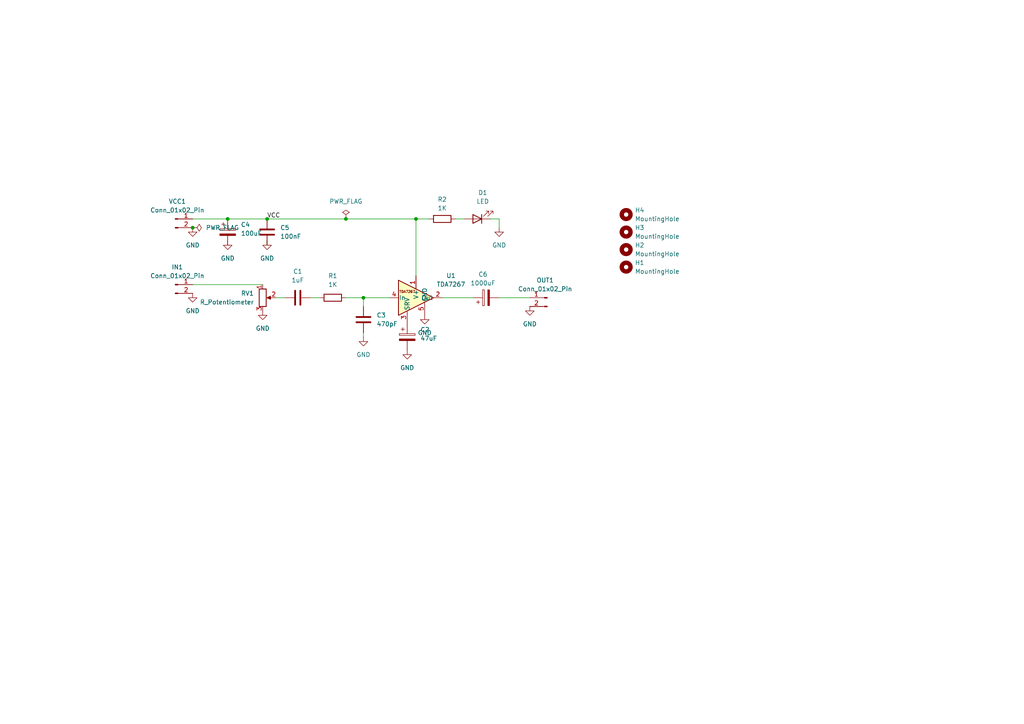
<source format=kicad_sch>
(kicad_sch (version 20250114) (generator "eeschema") (generator_version "9.0")
  (paper "A4")
  (lib_symbols
    (symbol "Amplifier_Audio:TDA7267" (pin_names (offset 0.127))
      (property "Reference" "U1" (at 10.16 6.4202 0))
      (property "Value" "TDA7267" (at 10.16 3.8802 0))
      (symbol "TDA7267_0_1"
        (polyline (pts (xy 5.08 0) (xy -5.08 5.08) (xy -5.08 -5.08) (xy 5.08 0)) (stroke (width 0.254)) (fill (type background)))
      )
      (symbol "TDA7267_1_1"
        (text "TDA7267" (at -2.54 1.778 0) (effects (font (size 0.7112 0.7112))))
        (pin input line (at -7.62 0 0) (length 2.54) (name "In") (number "4"))
        (pin passive line (at -2.54 -7.62 90) (length 3.81) (name "SRV") (number "3"))
        (pin power_in line (at 0 6.35 270) (length 3.81) (name "V+") (number "1"))
        (pin power_in line (at 2.54 -5.08 90) (length 3.81) (name "GND") (number "5"))
        (pin passive line (at 2.54 -5.08 90) (length 3.81) (hide yes) (name "GND") (number "6"))
        (pin passive line (at 2.54 -5.08 90) (length 3.81) (hide yes) (name "GND") (number "7"))
        (pin passive line (at 2.54 -5.08 90) (length 3.81) (hide yes) (name "GND") (number "8"))
        (pin output line (at 7.62 0 180) (length 2.54) (name "Out") (number "2"))
      )
    )
    (symbol "Connector:Conn_01x02_Pin" (pin_names (offset 1.016) (hide yes))
      (property "Reference" "J" (at 0 2.54 0))
      (property "Value" "Conn_01x02_Pin" (at 0 -5.08 0))
      (symbol "Conn_01x02_Pin_1_1"
        (rectangle (start 0.8636 0.127) (end 0 -0.127) (stroke (width 0.1524)) (fill (type outline)))
        (rectangle (start 0.8636 -2.413) (end 0 -2.667) (stroke (width 0.1524)) (fill (type outline)))
        (polyline (pts (xy 1.27 0) (xy 0.8636 0)) (stroke (width 0.1524)))
        (polyline (pts (xy 1.27 -2.54) (xy 0.8636 -2.54)) (stroke (width 0.1524)))
        (pin passive line (at 5.08 0 180) (length 3.81) (name "Pin_1") (number "1"))
        (pin passive line (at 5.08 -2.54 180) (length 3.81) (name "Pin_2") (number "2"))
      )
    )
    (symbol "Device:C" (pin_numbers (hide yes)) (pin_names (offset 0.254))
      (property "Reference" "C" (at 0.635 2.54 0))
      (property "Value" "C" (at 0.635 -2.54 0))
      (symbol "C_0_1"
        (polyline (pts (xy -2.032 0.762) (xy 2.032 0.762)) (stroke (width 0.508)))
        (polyline (pts (xy -2.032 -0.762) (xy 2.032 -0.762)) (stroke (width 0.508)))
      )
      (symbol "C_1_1"
        (pin passive line (at 0 3.81 270) (length 2.794) (name "~") (number "1"))
        (pin passive line (at 0 -3.81 90) (length 2.794) (name "~") (number "2"))
      )
    )
    (symbol "Device:C_Polarized" (pin_numbers (hide yes)) (pin_names (offset 0.254))
      (property "Reference" "C" (at 0.635 2.54 0))
      (property "Value" "C_Polarized" (at 0.635 -2.54 0))
      (symbol "C_Polarized_0_1"
        (rectangle (start -2.286 0.508) (end 2.286 1.016))
        (polyline (pts (xy -1.778 2.286) (xy -0.762 2.286)))
        (polyline (pts (xy -1.27 2.794) (xy -1.27 1.778)))
        (rectangle (start 2.286 -0.508) (end -2.286 -1.016) (fill (type outline)))
      )
      (symbol "C_Polarized_1_1"
        (pin passive line (at 0 3.81 270) (length 2.794) (name "~") (number "1"))
        (pin passive line (at 0 -3.81 90) (length 2.794) (name "~") (number "2"))
      )
    )
    (symbol "Device:LED" (pin_numbers (hide yes)) (pin_names (offset 1.016) (hide yes))
      (property "Reference" "D" (at 0 2.54 0))
      (property "Value" "LED" (at 0 -2.54 0))
      (symbol "LED_0_1"
        (polyline (pts (xy -3.048 -0.762) (xy -4.572 -2.286) (xy -3.81 -2.286) (xy -4.572 -2.286) (xy -4.572 -1.524)))
        (polyline (pts (xy -1.778 -0.762) (xy -3.302 -2.286) (xy -2.54 -2.286) (xy -3.302 -2.286) (xy -3.302 -1.524)))
        (polyline (pts (xy -1.27 0) (xy 1.27 0)))
        (polyline (pts (xy -1.27 -1.27) (xy -1.27 1.27)) (stroke (width 0.254)))
        (polyline (pts (xy 1.27 -1.27) (xy 1.27 1.27) (xy -1.27 0) (xy 1.27 -1.27)) (stroke (width 0.254)))
      )
      (symbol "LED_1_1"
        (pin passive line (at -3.81 0 0) (length 2.54) (name "K") (number "1"))
        (pin passive line (at 3.81 0 180) (length 2.54) (name "A") (number "2"))
      )
    )
    (symbol "Device:R" (pin_numbers (hide yes)) (pin_names (offset 0))
      (property "Reference" "R" (at 2.032 0 90))
      (property "Value" "R" (at 0 0 90))
      (symbol "R_0_1"
        (rectangle (start -1.016 -2.54) (end 1.016 2.54) (stroke (width 0.254)))
      )
      (symbol "R_1_1"
        (pin passive line (at 0 3.81 270) (length 1.27) (name "~") (number "1"))
        (pin passive line (at 0 -3.81 90) (length 1.27) (name "~") (number "2"))
      )
    )
    (symbol "Device:R_Potentiometer" (pin_names (offset 1.016) (hide yes))
      (property "Reference" "RV" (at -4.445 0 90))
      (property "Value" "R_Potentiometer" (at -2.54 0 90))
      (symbol "R_Potentiometer_0_1"
        (rectangle (start 1.016 2.54) (end -1.016 -2.54) (stroke (width 0.254)))
        (polyline (pts (xy 1.143 0) (xy 2.286 0.508) (xy 2.286 -0.508) (xy 1.143 0)) (fill (type outline)))
        (polyline (pts (xy 2.54 0) (xy 1.524 0)))
      )
      (symbol "R_Potentiometer_1_1"
        (pin passive line (at 0 3.81 270) (length 1.27) (name "1") (number "1"))
        (pin passive line (at 0 -3.81 90) (length 1.27) (name "3") (number "3"))
        (pin passive line (at 3.81 0 180) (length 1.27) (name "2") (number "2"))
      )
    )
    (symbol "Mechanical:MountingHole" (pin_names (offset 1.016)) (in_bom no)
      (property "Reference" "H" (at 0 5.08 0))
      (property "Value" "MountingHole" (at 0 3.175 0))
      (symbol "MountingHole_0_1"
        (circle (center 0 0) (radius 1.27) (stroke (width 1.27)))
      )
    )
    (symbol "power:GND" (power) (pin_numbers (hide yes)) (pin_names (offset 0) (hide yes))
      (property "Value" "GND" (at 0 -3.81 0))
      (symbol "GND_0_1"
        (polyline (pts (xy 0 0) (xy 0 -1.27) (xy 1.27 -1.27) (xy 0 -2.54) (xy -1.27 -1.27) (xy 0 -1.27)))
      )
      (symbol "GND_1_1"
        (pin power_in line (at 0 0 270) (length 0) (name "~") (number "1"))
      )
    )
    (symbol "power:PWR_FLAG" (power) (pin_numbers (hide yes)) (pin_names (offset 0) (hide yes))
      (property "Value" "PWR_FLAG" (at 0 3.81 0))
      (symbol "PWR_FLAG_0_0"
        (pin power_out line (at 0 0 90) (length 0) (name "~") (number "1"))
      )
      (symbol "PWR_FLAG_0_1"
        (polyline (pts (xy 0 0) (xy 0 1.27) (xy -1.016 1.905) (xy 0 2.54) (xy 1.016 1.905) (xy 0 1.27)))
      )
    )
  )
  (junction (at 120.65 63.5))
  (junction (at 105.41 86.36))
  (junction (at 77.47 63.5))
  (junction (at 66.04 63.5))
  (junction (at 100.33 63.5))
  (junction (at 55.88 66.04))
  (wire (pts (xy 144.78 86.36) (xy 153.67 86.36)))
  (wire (pts (xy 55.88 82.55) (xy 76.2 82.55)))
  (wire (pts (xy 105.41 86.36) (xy 105.41 88.9)))
  (wire (pts (xy 90.17 86.36) (xy 92.71 86.36)))
  (wire (pts (xy 142.24 63.5) (xy 144.78 63.5)))
  (wire (pts (xy 144.78 63.5) (xy 144.78 66.04)))
  (wire (pts (xy 100.33 86.36) (xy 105.41 86.36)))
  (wire (pts (xy 120.65 63.5) (xy 124.46 63.5)))
  (wire (pts (xy 66.04 63.5) (xy 77.47 63.5)))
  (wire (pts (xy 80.01 86.36) (xy 82.55 86.36)))
  (wire (pts (xy 128.27 86.36) (xy 137.16 86.36)))
  (wire (pts (xy 100.33 63.5) (xy 120.65 63.5)))
  (wire (pts (xy 105.41 96.52) (xy 105.41 97.79)))
  (wire (pts (xy 120.65 63.5) (xy 120.65 80.01)))
  (wire (pts (xy 132.08 63.5) (xy 134.62 63.5)))
  (wire (pts (xy 105.41 86.36) (xy 113.03 86.36)))
  (wire (pts (xy 77.47 63.5) (xy 100.33 63.5)))
  (wire (pts (xy 77.47 69.85) (xy 77.47 71.12)))
  (wire (pts (xy 66.04 69.85) (xy 66.04 71.12)))
  (wire (pts (xy 55.88 63.5) (xy 66.04 63.5)))
  (label "VCC" (at 77.47 63.5 0))
  (symbol (lib_id "Device:C_Polarized") (at 118.11 97.79 0) (unit 1)
    (property "Reference" "C2" (at 121.92 95.6309 0) (effects (justify left)))
    (property "Value" "47uF" (at 121.92 98.1709 0) (effects (justify left)))
    (property "Footprint" "Capacitor_THT:CP_Radial_D8.0mm_P3.80mm" (effects (hide yes)))
    (property "Description" "Polarized capacitor" (effects (hide yes)))
  )
  (symbol (lib_id "power:GND") (at 144.78 66.04 0) (unit 1)
    (property "Reference" "#PWR09" (effects (hide yes)))
    (property "Value" "GND" (at 144.78 71.12 0))
    (property "Description" "Power symbol creates a global label with name \"GND\" , ground" (effects (hide yes)))
  )
  (symbol (lib_id "Mechanical:MountingHole") (at 181.61 72.39 0) (unit 1) (in_bom no)
    (property "Reference" "H2" (at 184.15 71.1199 0) (effects (justify left)))
    (property "Value" "MountingHole" (at 184.15 73.6599 0) (effects (justify left)))
    (property "Footprint" "MountingHole:MountingHole_2.2mm_M2" (effects (hide yes)))
    (property "Description" "Mounting Hole without connection" (effects (hide yes)))
  )
  (symbol (lib_id "power:GND") (at 153.67 88.9 0) (unit 1)
    (property "Reference" "#PWR010" (effects (hide yes)))
    (property "Value" "GND" (at 153.67 93.98 0))
    (property "Description" "Power symbol creates a global label with name \"GND\" , ground" (effects (hide yes)))
  )
  (symbol (lib_id "Amplifier_Audio:TDA7267") (at 120.65 86.36 0) (unit 1)
    (property "Reference" "U1" (at 130.81 79.9398 0))
    (property "Value" "TDA7267" (at 130.81 82.4798 0))
    (property "Footprint" "Package_DIP:DIP-8_W7.62mm_LongPads" (effects (hide yes)))
    (property "Datasheet" "https://vakits.com/sites/default/files/TDA7267.pdf" (effects (hide yes)))
    (property "Description" "Low Voltage Audio Power Amplifier, DIP-8/SOIC-8/SSOP-8" (effects (hide yes)))
  )
  (symbol (lib_id "Connector:Conn_01x02_Pin") (at 50.8 82.55 0) (unit 1)
    (property "Reference" "IN1" (at 51.435 77.47 0))
    (property "Value" "Conn_01x02_Pin" (at 51.435 80.01 0))
    (property "Footprint" "TerminalBlock:TerminalBlock_bornier-2_P5.08mm" (effects (hide yes)))
    (property "Description" "Generic connector, single row, 01x02, script generated" (effects (hide yes)))
  )
  (symbol (lib_id "Device:C_Polarized") (at 140.97 86.36 90) (unit 1)
    (property "Reference" "C6" (at 140.081 79.5777 90))
    (property "Value" "1000uF" (at 140.081 82.1177 90))
    (property "Footprint" "Capacitor_THT:CP_Radial_D10.0mm_P5.00mm" (effects (hide yes)))
    (property "Description" "Polarized capacitor" (effects (hide yes)))
  )
  (symbol (lib_id "Mechanical:MountingHole") (at 181.61 77.47 0) (unit 1) (in_bom no)
    (property "Reference" "H1" (at 184.15 76.1999 0) (effects (justify left)))
    (property "Value" "MountingHole" (at 184.15 78.7399 0) (effects (justify left)))
    (property "Footprint" "MountingHole:MountingHole_2.2mm_M2" (effects (hide yes)))
    (property "Description" "Mounting Hole without connection" (effects (hide yes)))
  )
  (symbol (lib_id "power:PWR_FLAG") (at 100.33 63.5 0) (unit 1)
    (property "Reference" "#FLG01" (effects (hide yes)))
    (property "Value" "PWR_FLAG" (at 100.33 58.42 0))
    (property "Description" "Special symbol for telling ERC where power comes from" (effects (hide yes)))
  )
  (symbol (lib_id "Device:C_Polarized") (at 66.04 67.31 0) (unit 1)
    (property "Reference" "C4" (at 69.85 65.1509 0) (effects (justify left)))
    (property "Value" "100uF" (at 69.85 67.6909 0) (effects (justify left)))
    (property "Footprint" "Capacitor_THT:CP_Radial_D8.0mm_P3.80mm" (effects (hide yes)))
    (property "Description" "Polarized capacitor" (effects (hide yes)))
  )
  (symbol (lib_id "Connector:Conn_01x02_Pin") (at 50.8 63.5 0) (unit 1)
    (property "Reference" "VCC1" (at 51.435 58.42 0))
    (property "Value" "Conn_01x02_Pin" (at 51.435 60.96 0))
    (property "Footprint" "TerminalBlock:TerminalBlock_bornier-2_P5.08mm" (effects (hide yes)))
    (property "Description" "Generic connector, single row, 01x02, script generated" (effects (hide yes)))
  )
  (symbol (lib_id "Mechanical:MountingHole") (at 181.61 62.23 0) (unit 1) (in_bom no)
    (property "Reference" "H4" (at 184.15 60.9599 0) (effects (justify left)))
    (property "Value" "MountingHole" (at 184.15 63.4999 0) (effects (justify left)))
    (property "Footprint" "MountingHole:MountingHole_2.2mm_M2" (effects (hide yes)))
    (property "Description" "Mounting Hole without connection" (effects (hide yes)))
  )
  (symbol (lib_id "Device:C") (at 105.41 92.71 180) (unit 1)
    (property "Reference" "C3" (at 109.22 91.4399 0) (effects (justify right)))
    (property "Value" "470pF" (at 109.22 93.9799 0) (effects (justify right)))
    (property "Footprint" "Capacitor_THT:C_Disc_D6.0mm_W2.5mm_P5.00mm" (effects (hide yes)))
    (property "Description" "Unpolarized capacitor" (effects (hide yes)))
  )
  (symbol (lib_id "power:GND") (at 76.2 90.17 0) (unit 1)
    (property "Reference" "#PWR02" (effects (hide yes)))
    (property "Value" "GND" (at 76.2 95.25 0))
    (property "Description" "Power symbol creates a global label with name \"GND\" , ground" (effects (hide yes)))
  )
  (symbol (lib_id "power:GND") (at 55.88 66.04 0) (unit 1)
    (property "Reference" "#PWR06" (effects (hide yes)))
    (property "Value" "GND" (at 55.88 71.12 0))
    (property "Description" "Power symbol creates a global label with name \"GND\" , ground" (effects (hide yes)))
  )
  (symbol (lib_id "Device:R_Potentiometer") (at 76.2 86.36 0) (unit 1)
    (property "Reference" "RV1" (at 73.66 85.0899 0) (effects (justify right)))
    (property "Value" "R_Potentiometer" (at 73.66 87.6299 0) (effects (justify right)))
    (property "Footprint" "Potentiometer_THT:Potentiometer_Piher_T-16H_Single_Horizontal" (effects (hide yes)))
    (property "Description" "Potentiometer" (effects (hide yes)))
  )
  (symbol (lib_id "power:GND") (at 123.19 91.44 0) (unit 1)
    (property "Reference" "#PWR03" (effects (hide yes)))
    (property "Value" "GND" (at 123.19 96.52 0))
    (property "Description" "Power symbol creates a global label with name \"GND\" , ground" (effects (hide yes)))
  )
  (symbol (lib_id "power:GND") (at 105.41 97.79 0) (unit 1)
    (property "Reference" "#PWR05" (effects (hide yes)))
    (property "Value" "GND" (at 105.41 102.87 0))
    (property "Description" "Power symbol creates a global label with name \"GND\" , ground" (effects (hide yes)))
  )
  (symbol (lib_id "power:GND") (at 55.88 85.09 0) (unit 1)
    (property "Reference" "#PWR01" (effects (hide yes)))
    (property "Value" "GND" (at 55.88 90.17 0))
    (property "Description" "Power symbol creates a global label with name \"GND\" , ground" (effects (hide yes)))
  )
  (symbol (lib_id "power:GND") (at 77.47 69.85 0) (unit 1)
    (property "Reference" "#PWR08" (effects (hide yes)))
    (property "Value" "GND" (at 77.47 74.93 0))
    (property "Description" "Power symbol creates a global label with name \"GND\" , ground" (effects (hide yes)))
  )
  (symbol (lib_id "Device:R") (at 96.52 86.36 90) (unit 1)
    (property "Reference" "R1" (at 96.52 80.01 90))
    (property "Value" "1K" (at 96.52 82.55 90))
    (property "Footprint" "Resistor_THT:R_Axial_DIN0207_L6.3mm_D2.5mm_P7.62mm_Horizontal" (effects (hide yes)))
    (property "Description" "Resistor" (effects (hide yes)))
  )
  (symbol (lib_id "Device:C") (at 77.47 67.31 180) (unit 1)
    (property "Reference" "C5" (at 81.28 66.0399 0) (effects (justify right)))
    (property "Value" "100nF" (at 81.28 68.5799 0) (effects (justify right)))
    (property "Footprint" "Capacitor_THT:C_Disc_D6.0mm_W2.5mm_P5.00mm" (effects (hide yes)))
    (property "Description" "Unpolarized capacitor" (effects (hide yes)))
  )
  (symbol (lib_id "power:GND") (at 118.11 101.6 0) (unit 1)
    (property "Reference" "#PWR04" (effects (hide yes)))
    (property "Value" "GND" (at 118.11 106.68 0))
    (property "Description" "Power symbol creates a global label with name \"GND\" , ground" (effects (hide yes)))
  )
  (symbol (lib_id "Device:C") (at 86.36 86.36 90) (unit 1)
    (property "Reference" "C1" (at 86.36 78.74 90))
    (property "Value" "1uF" (at 86.36 81.28 90))
    (property "Footprint" "Capacitor_THT:C_Rect_L7.2mm_W3.5mm_P5.00mm_FKS2_FKP2_MKS2_MKP2" (effects (hide yes)))
    (property "Description" "Unpolarized capacitor" (effects (hide yes)))
  )
  (symbol (lib_id "Device:R") (at 128.27 63.5 270) (unit 1)
    (property "Reference" "R2" (at 128.27 57.837 90))
    (property "Value" "1K" (at 128.27 60.377 90))
    (property "Footprint" "Resistor_THT:R_Axial_DIN0207_L6.3mm_D2.5mm_P7.62mm_Horizontal" (effects (hide yes)))
    (property "Description" "Resistor" (effects (hide yes)))
  )
  (symbol (lib_id "Connector:Conn_01x02_Pin") (at 158.75 86.36 0) (mirror y) (unit 1)
    (property "Reference" "OUT1" (at 158.115 81.28 0))
    (property "Value" "Conn_01x02_Pin" (at 158.115 83.82 0))
    (property "Footprint" "TerminalBlock:TerminalBlock_bornier-2_P5.08mm" (effects (hide yes)))
    (property "Description" "Generic connector, single row, 01x02, script generated" (effects (hide yes)))
  )
  (symbol (lib_id "power:PWR_FLAG") (at 55.88 66.04 270) (unit 1)
    (property "Reference" "#FLG02" (effects (hide yes)))
    (property "Value" "PWR_FLAG" (at 59.69 66.0399 90) (effects (justify left)))
    (property "Description" "Special symbol for telling ERC where power comes from" (effects (hide yes)))
  )
  (symbol (lib_id "Mechanical:MountingHole") (at 181.61 67.31 0) (unit 1) (in_bom no)
    (property "Reference" "H3" (at 184.15 66.0399 0) (effects (justify left)))
    (property "Value" "MountingHole" (at 184.15 68.5799 0) (effects (justify left)))
    (property "Footprint" "MountingHole:MountingHole_2.2mm_M2" (effects (hide yes)))
    (property "Description" "Mounting Hole without connection" (effects (hide yes)))
  )
  (symbol (lib_id "power:GND") (at 66.04 69.85 0) (unit 1)
    (property "Reference" "#PWR07" (effects (hide yes)))
    (property "Value" "GND" (at 66.04 74.93 0))
    (property "Description" "Power symbol creates a global label with name \"GND\" , ground" (effects (hide yes)))
  )
  (symbol (lib_id "Device:LED") (at 138.43 63.5 180) (unit 1)
    (property "Reference" "D1" (at 140.0175 55.88 0))
    (property "Value" "LED" (at 140.0175 58.42 0))
    (property "Footprint" "LED_THT:LED_D3.0mm" (effects (hide yes)))
    (property "Description" "Light emitting diode" (effects (hide yes)))
    (property "Sim.Pins" "1=K 2=A" (effects (hide yes)))
  )
)
</source>
